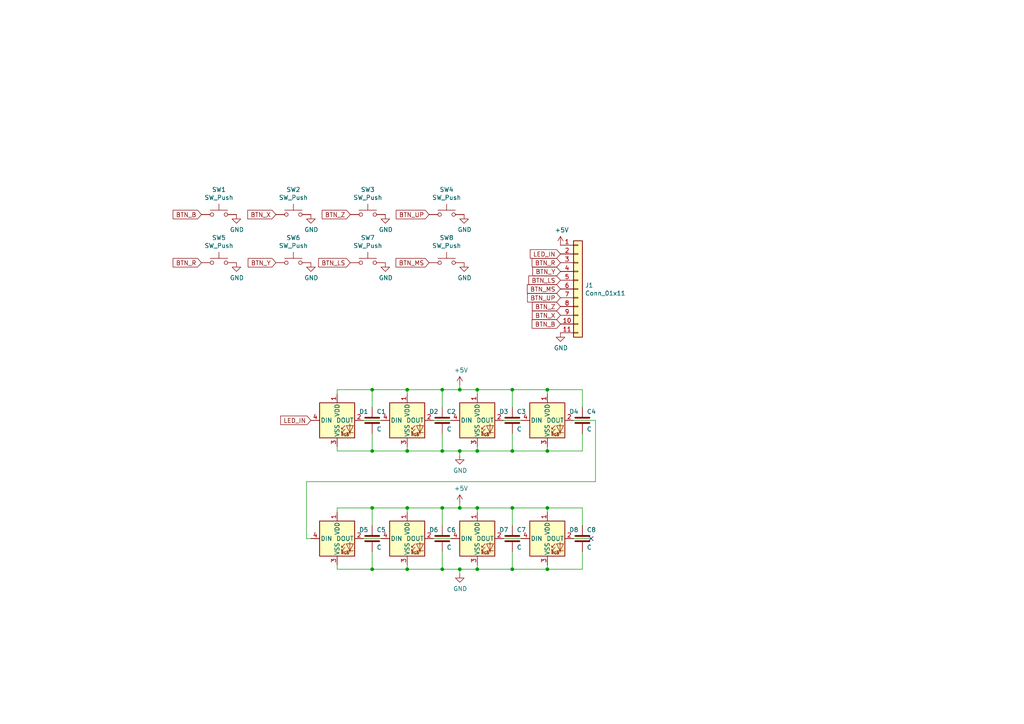
<source format=kicad_sch>
(kicad_sch (version 20230121) (generator eeschema)
  (paper "A4")
  (lib_symbols
    (symbol "Connector_Generic:Conn_01x11" (pin_names (offset 1.016) hide)
      (property "Reference" "J" (at 0 15.24 0))
      (property "Value" "Conn_01x11" (at 0 -15.24 0))
      (symbol "Conn_01x11_1_1"
        (rectangle (start -1.27 -12.573) (end 0 -12.827) (stroke (width 0.1524)))
        (rectangle (start -1.27 -10.033) (end 0 -10.287) (stroke (width 0.1524)))
        (rectangle (start -1.27 -7.493) (end 0 -7.747) (stroke (width 0.1524)))
        (rectangle (start -1.27 -4.953) (end 0 -5.207) (stroke (width 0.1524)))
        (rectangle (start -1.27 -2.413) (end 0 -2.667) (stroke (width 0.1524)))
        (rectangle (start -1.27 0.127) (end 0 -0.127) (stroke (width 0.1524)))
        (rectangle (start -1.27 2.667) (end 0 2.413) (stroke (width 0.1524)))
        (rectangle (start -1.27 5.207) (end 0 4.953) (stroke (width 0.1524)))
        (rectangle (start -1.27 7.747) (end 0 7.493) (stroke (width 0.1524)))
        (rectangle (start -1.27 10.287) (end 0 10.033) (stroke (width 0.1524)))
        (rectangle (start -1.27 12.827) (end 0 12.573) (stroke (width 0.1524)))
        (rectangle (start -1.27 13.97) (end 1.27 -13.97) (stroke (width 0.254)) (fill (type background)))
        (pin passive line (at -5.08 12.7 0) (length 3.81) (name "Pin_1") (number "1"))
        (pin passive line (at -5.08 -10.16 0) (length 3.81) (name "Pin_10") (number "10"))
        (pin passive line (at -5.08 -12.7 0) (length 3.81) (name "Pin_11") (number "11"))
        (pin passive line (at -5.08 10.16 0) (length 3.81) (name "Pin_2") (number "2"))
        (pin passive line (at -5.08 7.62 0) (length 3.81) (name "Pin_3") (number "3"))
        (pin passive line (at -5.08 5.08 0) (length 3.81) (name "Pin_4") (number "4"))
        (pin passive line (at -5.08 2.54 0) (length 3.81) (name "Pin_5") (number "5"))
        (pin passive line (at -5.08 0 0) (length 3.81) (name "Pin_6") (number "6"))
        (pin passive line (at -5.08 -2.54 0) (length 3.81) (name "Pin_7") (number "7"))
        (pin passive line (at -5.08 -5.08 0) (length 3.81) (name "Pin_8") (number "8"))
        (pin passive line (at -5.08 -7.62 0) (length 3.81) (name "Pin_9") (number "9"))
      )
    )
    (symbol "Device:C" (pin_numbers hide) (pin_names (offset 0.254))
      (property "Reference" "C" (at 0.635 2.54 0))
      (property "Value" "C" (at 0.635 -2.54 0))
      (symbol "C_0_1"
        (polyline (pts (xy -2.032 -0.762) (xy 2.032 -0.762)) (stroke (width 0.508)))
        (polyline (pts (xy -2.032 0.762) (xy 2.032 0.762)) (stroke (width 0.508)))
      )
      (symbol "C_1_1"
        (pin passive line (at 0 3.81 270) (length 2.794) (name "~") (number "1"))
        (pin passive line (at 0 -3.81 90) (length 2.794) (name "~") (number "2"))
      )
    )
    (symbol "LED:WS2812B" (pin_names (offset 0.254))
      (property "Reference" "D" (at 5.08 5.715 0))
      (property "Value" "WS2812B" (at 1.27 -5.715 0))
      (symbol "WS2812B_0_0"
        (text "RGB" (at 2.286 -4.191 0) (effects (font (size 0.762 0.762))))
      )
      (symbol "WS2812B_0_1"
        (polyline (pts (xy 1.27 -3.556) (xy 1.778 -3.556)))
        (polyline (pts (xy 1.27 -2.54) (xy 1.778 -2.54)))
        (polyline (pts (xy 4.699 -3.556) (xy 2.667 -3.556)))
        (polyline (pts (xy 2.286 -2.54) (xy 1.27 -3.556) (xy 1.27 -3.048)))
        (polyline (pts (xy 2.286 -1.524) (xy 1.27 -2.54) (xy 1.27 -2.032)))
        (polyline (pts (xy 3.683 -1.016) (xy 3.683 -3.556) (xy 3.683 -4.064)))
        (polyline (pts (xy 4.699 -1.524) (xy 2.667 -1.524) (xy 3.683 -3.556) (xy 4.699 -1.524)))
        (rectangle (start 5.08 5.08) (end -5.08 -5.08) (stroke (width 0.254)) (fill (type background)))
      )
      (symbol "WS2812B_1_1"
        (pin power_in line (at 0 7.62 270) (length 2.54) (name "VDD") (number "1"))
        (pin output line (at 7.62 0 180) (length 2.54) (name "DOUT") (number "2"))
        (pin power_in line (at 0 -7.62 90) (length 2.54) (name "VSS") (number "3"))
        (pin input line (at -7.62 0 0) (length 2.54) (name "DIN") (number "4"))
      )
    )
    (symbol "Switch:SW_Push" (pin_numbers hide) (pin_names (offset 1.016) hide)
      (property "Reference" "SW" (at 1.27 2.54 0))
      (property "Value" "SW_Push" (at 0 -1.524 0))
      (symbol "SW_Push_0_1"
        (circle (center -2.032 0) (radius 0.508))
        (polyline (pts (xy 0 1.27) (xy 0 3.048)))
        (polyline (pts (xy 2.54 1.27) (xy -2.54 1.27)))
        (circle (center 2.032 0) (radius 0.508))
        (pin passive line (at -5.08 0 0) (length 2.54) (name "1") (number "1"))
        (pin passive line (at 5.08 0 180) (length 2.54) (name "2") (number "2"))
      )
    )
    (symbol "power:+5V" (power) (pin_names (offset 0))
      (property "Value" "+5V" (at 0 3.556 0))
      (symbol "+5V_0_1"
        (polyline (pts (xy -0.762 1.27) (xy 0 2.54)))
        (polyline (pts (xy 0 0) (xy 0 2.54)))
        (polyline (pts (xy 0 2.54) (xy 0.762 1.27)))
      )
      (symbol "+5V_1_1"
        (pin power_in line (at 0 0 90) (length 0) hide (name "+5V") (number "1"))
      )
    )
    (symbol "power:GND" (power) (pin_names (offset 0))
      (property "Value" "GND" (at 0 -3.81 0))
      (symbol "GND_0_1"
        (polyline (pts (xy 0 0) (xy 0 -1.27) (xy 1.27 -1.27) (xy 0 -2.54) (xy -1.27 -1.27) (xy 0 -1.27)))
      )
      (symbol "GND_1_1"
        (pin power_in line (at 0 0 270) (length 0) hide (name "GND") (number "1"))
      )
    )
  )
  (junction (at 107.95 130.81))
  (junction (at 138.43 165.1))
  (junction (at 138.43 130.81))
  (junction (at 158.75 113.03))
  (junction (at 128.27 130.81))
  (junction (at 148.59 113.03))
  (junction (at 118.11 113.03))
  (junction (at 133.35 130.81))
  (junction (at 107.95 147.32))
  (junction (at 138.43 113.03))
  (junction (at 158.75 165.1))
  (junction (at 118.11 130.81))
  (junction (at 133.35 147.32))
  (junction (at 148.59 130.81))
  (junction (at 133.35 113.03))
  (junction (at 128.27 165.1))
  (junction (at 148.59 147.32))
  (junction (at 107.95 113.03))
  (junction (at 133.35 165.1))
  (junction (at 128.27 147.32))
  (junction (at 107.95 165.1))
  (junction (at 158.75 130.81))
  (junction (at 158.75 147.32))
  (junction (at 138.43 147.32))
  (junction (at 128.27 113.03))
  (junction (at 118.11 147.32))
  (junction (at 148.59 165.1))
  (junction (at 118.11 165.1))
  (no_connect (at 171.45 156.21))
  (wire (pts (xy 138.43 130.81) (xy 133.35 130.81)))
  (wire (pts (xy 133.35 147.32) (xy 138.43 147.32)))
  (wire (pts (xy 148.59 147.32) (xy 158.75 147.32)))
  (wire (pts (xy 168.91 165.1) (xy 168.91 160.02)))
  (wire (pts (xy 118.11 129.54) (xy 118.11 130.81)))
  (wire (pts (xy 133.35 166.37) (xy 133.35 165.1)))
  (wire (pts (xy 107.95 113.03) (xy 118.11 113.03)))
  (wire (pts (xy 97.79 165.1) (xy 107.95 165.1)))
  (wire (pts (xy 166.37 121.92) (xy 172.72 121.92)))
  (wire (pts (xy 138.43 114.3) (xy 138.43 113.03)))
  (wire (pts (xy 118.11 114.3) (xy 118.11 113.03)))
  (wire (pts (xy 158.75 147.32) (xy 168.91 147.32)))
  (wire (pts (xy 97.79 163.83) (xy 97.79 165.1)))
  (wire (pts (xy 105.41 121.92) (xy 110.49 121.92)))
  (wire (pts (xy 138.43 147.32) (xy 148.59 147.32)))
  (wire (pts (xy 158.75 165.1) (xy 158.75 163.83)))
  (wire (pts (xy 146.05 156.21) (xy 151.13 156.21)))
  (wire (pts (xy 97.79 148.59) (xy 97.79 147.32)))
  (wire (pts (xy 146.05 121.92) (xy 151.13 121.92)))
  (wire (pts (xy 158.75 165.1) (xy 168.91 165.1)))
  (wire (pts (xy 158.75 130.81) (xy 148.59 130.81)))
  (wire (pts (xy 128.27 125.73) (xy 128.27 130.81)))
  (wire (pts (xy 148.59 152.4) (xy 148.59 147.32)))
  (wire (pts (xy 148.59 118.11) (xy 148.59 113.03)))
  (wire (pts (xy 172.72 139.7) (xy 88.9 139.7)))
  (wire (pts (xy 168.91 113.03) (xy 168.91 118.11)))
  (wire (pts (xy 107.95 160.02) (xy 107.95 165.1)))
  (wire (pts (xy 166.37 156.21) (xy 171.45 156.21)))
  (wire (pts (xy 148.59 160.02) (xy 148.59 165.1)))
  (wire (pts (xy 148.59 165.1) (xy 158.75 165.1)))
  (wire (pts (xy 133.35 111.76) (xy 133.35 113.03)))
  (wire (pts (xy 88.9 156.21) (xy 90.17 156.21)))
  (wire (pts (xy 158.75 113.03) (xy 158.75 114.3)))
  (wire (pts (xy 158.75 129.54) (xy 158.75 130.81)))
  (wire (pts (xy 97.79 114.3) (xy 97.79 113.03)))
  (wire (pts (xy 133.35 130.81) (xy 128.27 130.81)))
  (wire (pts (xy 97.79 130.81) (xy 97.79 129.54)))
  (wire (pts (xy 128.27 118.11) (xy 128.27 113.03)))
  (wire (pts (xy 125.73 156.21) (xy 130.81 156.21)))
  (wire (pts (xy 118.11 163.83) (xy 118.11 165.1)))
  (wire (pts (xy 158.75 113.03) (xy 168.91 113.03)))
  (wire (pts (xy 107.95 152.4) (xy 107.95 147.32)))
  (wire (pts (xy 133.35 113.03) (xy 138.43 113.03)))
  (wire (pts (xy 128.27 130.81) (xy 118.11 130.81)))
  (wire (pts (xy 133.35 132.08) (xy 133.35 130.81)))
  (wire (pts (xy 128.27 160.02) (xy 128.27 165.1)))
  (wire (pts (xy 97.79 113.03) (xy 107.95 113.03)))
  (wire (pts (xy 107.95 118.11) (xy 107.95 113.03)))
  (wire (pts (xy 168.91 130.81) (xy 168.91 125.73)))
  (wire (pts (xy 148.59 125.73) (xy 148.59 130.81)))
  (wire (pts (xy 107.95 165.1) (xy 118.11 165.1)))
  (wire (pts (xy 138.43 163.83) (xy 138.43 165.1)))
  (wire (pts (xy 133.35 146.05) (xy 133.35 147.32)))
  (wire (pts (xy 118.11 147.32) (xy 128.27 147.32)))
  (wire (pts (xy 133.35 165.1) (xy 138.43 165.1)))
  (wire (pts (xy 148.59 113.03) (xy 158.75 113.03)))
  (wire (pts (xy 88.9 139.7) (xy 88.9 156.21)))
  (wire (pts (xy 148.59 130.81) (xy 138.43 130.81)))
  (wire (pts (xy 158.75 147.32) (xy 158.75 148.59)))
  (wire (pts (xy 125.73 121.92) (xy 130.81 121.92)))
  (wire (pts (xy 107.95 125.73) (xy 107.95 130.81)))
  (wire (pts (xy 118.11 113.03) (xy 128.27 113.03)))
  (wire (pts (xy 128.27 113.03) (xy 133.35 113.03)))
  (wire (pts (xy 138.43 113.03) (xy 148.59 113.03)))
  (wire (pts (xy 107.95 130.81) (xy 97.79 130.81)))
  (wire (pts (xy 105.41 156.21) (xy 110.49 156.21)))
  (wire (pts (xy 118.11 165.1) (xy 128.27 165.1)))
  (wire (pts (xy 138.43 148.59) (xy 138.43 147.32)))
  (wire (pts (xy 128.27 152.4) (xy 128.27 147.32)))
  (wire (pts (xy 118.11 130.81) (xy 107.95 130.81)))
  (wire (pts (xy 128.27 147.32) (xy 133.35 147.32)))
  (wire (pts (xy 128.27 165.1) (xy 133.35 165.1)))
  (wire (pts (xy 168.91 147.32) (xy 168.91 152.4)))
  (wire (pts (xy 97.79 147.32) (xy 107.95 147.32)))
  (wire (pts (xy 107.95 147.32) (xy 118.11 147.32)))
  (wire (pts (xy 118.11 148.59) (xy 118.11 147.32)))
  (wire (pts (xy 158.75 130.81) (xy 168.91 130.81)))
  (wire (pts (xy 138.43 129.54) (xy 138.43 130.81)))
  (wire (pts (xy 172.72 121.92) (xy 172.72 139.7)))
  (wire (pts (xy 138.43 165.1) (xy 148.59 165.1)))
  (global_label "BTN_Z" (shape input) (at 162.56 88.9 180) (property "Intersheetrefs" "${INTERSHEET_REFS}" (effects hide)))
  (global_label "BTN_R" (shape input) (at 58.42 76.2 180) (property "Intersheetrefs" "${INTERSHEET_REFS}" (effects hide)))
  (global_label "BTN_R" (shape input) (at 162.56 76.2 180) (property "Intersheetrefs" "${INTERSHEET_REFS}" (effects hide)))
  (global_label "LED_IN" (shape input) (at 162.56 73.66 180) (property "Intersheetrefs" "${INTERSHEET_REFS}" (effects hide)))
  (global_label "BTN_Y" (shape input) (at 162.56 78.74 180) (property "Intersheetrefs" "${INTERSHEET_REFS}" (effects hide)))
  (global_label "BTN_Y" (shape input) (at 80.01 76.2 180) (property "Intersheetrefs" "${INTERSHEET_REFS}" (effects hide)))
  (global_label "BTN_LS" (shape input) (at 101.6 76.2 180) (property "Intersheetrefs" "${INTERSHEET_REFS}" (effects hide)))
  (global_label "BTN_Z" (shape input) (at 101.6 62.23 180) (property "Intersheetrefs" "${INTERSHEET_REFS}" (effects hide)))
  (global_label "BTN_LS" (shape input) (at 162.56 81.28 180) (property "Intersheetrefs" "${INTERSHEET_REFS}" (effects hide)))
  (global_label "BTN_B" (shape input) (at 162.56 93.98 180) (property "Intersheetrefs" "${INTERSHEET_REFS}" (effects hide)))
  (global_label "BTN_B" (shape input) (at 58.42 62.23 180) (property "Intersheetrefs" "${INTERSHEET_REFS}" (effects hide)))
  (global_label "BTN_X" (shape input) (at 80.01 62.23 180) (property "Intersheetrefs" "${INTERSHEET_REFS}" (effects hide)))
  (global_label "LED_IN" (shape input) (at 90.17 121.92 180) (property "Intersheetrefs" "${INTERSHEET_REFS}" (effects hide)))
  (global_label "BTN_UP" (shape input) (at 162.56 86.36 180) (property "Intersheetrefs" "${INTERSHEET_REFS}" (effects hide)))
  (global_label "BTN_MS" (shape input) (at 162.56 83.82 180) (property "Intersheetrefs" "${INTERSHEET_REFS}" (effects hide)))
  (global_label "BTN_UP" (shape input) (at 124.46 62.23 180) (property "Intersheetrefs" "${INTERSHEET_REFS}" (effects hide)))
  (global_label "BTN_MS" (shape input) (at 124.46 76.2 180) (property "Intersheetrefs" "${INTERSHEET_REFS}" (effects hide)))
  (global_label "BTN_X" (shape input) (at 162.56 91.44 180) (property "Intersheetrefs" "${INTERSHEET_REFS}" (effects hide)))
  (symbol (lib_id "Connector_Generic:Conn_01x11") (at 167.64 83.82 0) (unit 1)
    (property "Reference" "J1" (at 169.672 82.7532 0) (effects (justify left)))
    (property "Value" "Conn_01x11" (at 169.672 85.0646 0) (effects (justify left)))
    (property "Footprint" "Connector_PinHeader_2.54mm:PinHeader_1x11_P2.54mm_Vertical" (effects hide))
  )
  (symbol (lib_id "power:+5V") (at 162.56 71.12 0) (unit 1)
    (property "Reference" "#PWR0101" (effects hide))
    (property "Value" "+5V" (at 162.941 66.7258 0))
  )
  (symbol (lib_id "power:GND") (at 162.56 96.52 0) (unit 1)
    (property "Reference" "#PWR0102" (effects hide))
    (property "Value" "GND" (at 162.687 100.9142 0))
  )
  (symbol (lib_id "Switch:SW_Push") (at 106.68 62.23 0) (unit 1)
    (property "Reference" "SW3" (at 106.68 54.991 0))
    (property "Value" "SW_Push" (at 106.68 57.3024 0))
    (property "Footprint" "mx+choc_socket:MX+Choc_socket" (effects hide))
  )
  (symbol (lib_id "power:GND") (at 111.76 62.23 0) (unit 1)
    (property "Reference" "#PWR0103" (effects hide))
    (property "Value" "GND" (at 111.887 66.6242 0))
  )
  (symbol (lib_id "Switch:SW_Push") (at 129.54 62.23 0) (unit 1)
    (property "Reference" "SW4" (at 129.54 54.991 0))
    (property "Value" "SW_Push" (at 129.54 57.3024 0))
    (property "Footprint" "mx+choc_socket:MX+Choc_socket" (effects hide))
  )
  (symbol (lib_id "power:GND") (at 134.62 62.23 0) (unit 1)
    (property "Reference" "#PWR0104" (effects hide))
    (property "Value" "GND" (at 134.747 66.6242 0))
  )
  (symbol (lib_id "Switch:SW_Push") (at 85.09 62.23 0) (unit 1)
    (property "Reference" "SW2" (at 85.09 54.991 0))
    (property "Value" "SW_Push" (at 85.09 57.3024 0))
    (property "Footprint" "mx+choc_socket:MX+Choc_socket" (effects hide))
  )
  (symbol (lib_id "power:GND") (at 90.17 62.23 0) (unit 1)
    (property "Reference" "#PWR0105" (effects hide))
    (property "Value" "GND" (at 90.297 66.6242 0))
  )
  (symbol (lib_id "Switch:SW_Push") (at 63.5 62.23 0) (unit 1)
    (property "Reference" "SW1" (at 63.5 54.991 0))
    (property "Value" "SW_Push" (at 63.5 57.3024 0))
    (property "Footprint" "mx+choc_socket:MX+Choc_socket" (effects hide))
  )
  (symbol (lib_id "power:GND") (at 68.58 62.23 0) (unit 1)
    (property "Reference" "#PWR0106" (effects hide))
    (property "Value" "GND" (at 68.707 66.6242 0))
  )
  (symbol (lib_id "Switch:SW_Push") (at 106.68 76.2 0) (unit 1)
    (property "Reference" "SW7" (at 106.68 68.961 0))
    (property "Value" "SW_Push" (at 106.68 71.2724 0))
    (property "Footprint" "mx+choc_socket:MX+Choc_socket" (effects hide))
  )
  (symbol (lib_id "power:GND") (at 111.76 76.2 0) (unit 1)
    (property "Reference" "#PWR0107" (effects hide))
    (property "Value" "GND" (at 111.887 80.5942 0))
  )
  (symbol (lib_id "Switch:SW_Push") (at 129.54 76.2 0) (unit 1)
    (property "Reference" "SW8" (at 129.54 68.961 0))
    (property "Value" "SW_Push" (at 129.54 71.2724 0))
    (property "Footprint" "mx+choc_socket:MX+Choc_socket" (effects hide))
  )
  (symbol (lib_id "power:GND") (at 134.62 76.2 0) (unit 1)
    (property "Reference" "#PWR0108" (effects hide))
    (property "Value" "GND" (at 134.747 80.5942 0))
  )
  (symbol (lib_id "Switch:SW_Push") (at 85.09 76.2 0) (unit 1)
    (property "Reference" "SW6" (at 85.09 68.961 0))
    (property "Value" "SW_Push" (at 85.09 71.2724 0))
    (property "Footprint" "mx+choc_socket:MX+Choc_socket" (effects hide))
  )
  (symbol (lib_id "power:GND") (at 90.17 76.2 0) (unit 1)
    (property "Reference" "#PWR0109" (effects hide))
    (property "Value" "GND" (at 90.297 80.5942 0))
  )
  (symbol (lib_id "Switch:SW_Push") (at 63.5 76.2 0) (unit 1)
    (property "Reference" "SW5" (at 63.5 68.961 0))
    (property "Value" "SW_Push" (at 63.5 71.2724 0))
    (property "Footprint" "mx+choc_socket:MX+Choc_socket" (effects hide))
  )
  (symbol (lib_id "power:GND") (at 68.58 76.2 0) (unit 1)
    (property "Reference" "#PWR0110" (effects hide))
    (property "Value" "GND" (at 68.707 80.5942 0))
  )
  (symbol (lib_id "LED:WS2812B") (at 97.79 121.92 0) (unit 1)
    (property "Reference" "D1" (at 104.14 119.38 0) (effects (justify left)))
    (property "Value" "WS2812B" (effects hide))
    (property "Footprint" "LED_SMD:LED_WS2812B_PLCC4_5.0x5.0mm_P3.2mm" (effects hide))
    (property "Datasheet" "https://cdn-shop.adafruit.com/datasheets/WS2812B.pdf" (effects hide))
  )
  (symbol (lib_id "Device:C") (at 107.95 121.92 0) (unit 1)
    (property "Reference" "C1" (at 109.22 119.38 0) (effects (justify left)))
    (property "Value" "C" (at 109.22 124.46 0) (effects (justify left)))
    (property "Footprint" "Capacitor_SMD:C_0805_2012Metric" (effects hide))
  )
  (symbol (lib_id "LED:WS2812B") (at 118.11 121.92 0) (unit 1)
    (property "Reference" "D2" (at 124.46 119.38 0) (effects (justify left)))
    (property "Value" "WS2812B" (effects hide))
    (property "Footprint" "LED_SMD:LED_WS2812B_PLCC4_5.0x5.0mm_P3.2mm" (effects hide))
    (property "Datasheet" "https://cdn-shop.adafruit.com/datasheets/WS2812B.pdf" (effects hide))
  )
  (symbol (lib_id "Device:C") (at 128.27 121.92 0) (unit 1)
    (property "Reference" "C2" (at 129.54 119.38 0) (effects (justify left)))
    (property "Value" "C" (at 129.54 124.46 0) (effects (justify left)))
    (property "Footprint" "Capacitor_SMD:C_0805_2012Metric" (effects hide))
  )
  (symbol (lib_id "LED:WS2812B") (at 138.43 121.92 0) (unit 1)
    (property "Reference" "D3" (at 144.78 119.38 0) (effects (justify left)))
    (property "Value" "WS2812B" (effects hide))
    (property "Footprint" "LED_SMD:LED_WS2812B_PLCC4_5.0x5.0mm_P3.2mm" (effects hide))
    (property "Datasheet" "https://cdn-shop.adafruit.com/datasheets/WS2812B.pdf" (effects hide))
  )
  (symbol (lib_id "Device:C") (at 148.59 121.92 0) (unit 1)
    (property "Reference" "C3" (at 149.86 119.38 0) (effects (justify left)))
    (property "Value" "C" (at 149.86 124.46 0) (effects (justify left)))
    (property "Footprint" "Capacitor_SMD:C_0805_2012Metric" (effects hide))
  )
  (symbol (lib_id "LED:WS2812B") (at 158.75 121.92 0) (unit 1)
    (property "Reference" "D4" (at 165.1 119.38 0) (effects (justify left)))
    (property "Value" "WS2812B" (effects hide))
    (property "Footprint" "LED_SMD:LED_WS2812B_PLCC4_5.0x5.0mm_P3.2mm" (effects hide))
    (property "Datasheet" "https://cdn-shop.adafruit.com/datasheets/WS2812B.pdf" (effects hide))
  )
  (symbol (lib_id "Device:C") (at 168.91 121.92 0) (unit 1)
    (property "Reference" "C4" (at 170.18 119.38 0) (effects (justify left)))
    (property "Value" "C" (at 170.18 124.46 0) (effects (justify left)))
    (property "Footprint" "Capacitor_SMD:C_0805_2012Metric" (effects hide))
  )
  (symbol (lib_id "LED:WS2812B") (at 97.79 156.21 0) (unit 1)
    (property "Reference" "D5" (at 104.14 153.67 0) (effects (justify left)))
    (property "Value" "WS2812B" (effects hide))
    (property "Footprint" "LED_SMD:LED_WS2812B_PLCC4_5.0x5.0mm_P3.2mm" (effects hide))
    (property "Datasheet" "https://cdn-shop.adafruit.com/datasheets/WS2812B.pdf" (effects hide))
  )
  (symbol (lib_id "Device:C") (at 107.95 156.21 0) (unit 1)
    (property "Reference" "C5" (at 109.22 153.67 0) (effects (justify left)))
    (property "Value" "C" (at 109.22 158.75 0) (effects (justify left)))
    (property "Footprint" "Capacitor_SMD:C_0805_2012Metric" (effects hide))
  )
  (symbol (lib_id "LED:WS2812B") (at 118.11 156.21 0) (unit 1)
    (property "Reference" "D6" (at 124.46 153.67 0) (effects (justify left)))
    (property "Value" "WS2812B" (effects hide))
    (property "Footprint" "LED_SMD:LED_WS2812B_PLCC4_5.0x5.0mm_P3.2mm" (effects hide))
    (property "Datasheet" "https://cdn-shop.adafruit.com/datasheets/WS2812B.pdf" (effects hide))
  )
  (symbol (lib_id "Device:C") (at 128.27 156.21 0) (unit 1)
    (property "Reference" "C6" (at 129.54 153.67 0) (effects (justify left)))
    (property "Value" "C" (at 129.54 158.75 0) (effects (justify left)))
    (property "Footprint" "Capacitor_SMD:C_0805_2012Metric" (effects hide))
  )
  (symbol (lib_id "LED:WS2812B") (at 138.43 156.21 0) (unit 1)
    (property "Reference" "D7" (at 144.78 153.67 0) (effects (justify left)))
    (property "Value" "WS2812B" (effects hide))
    (property "Footprint" "LED_SMD:LED_WS2812B_PLCC4_5.0x5.0mm_P3.2mm" (effects hide))
    (property "Datasheet" "https://cdn-shop.adafruit.com/datasheets/WS2812B.pdf" (effects hide))
  )
  (symbol (lib_id "Device:C") (at 148.59 156.21 0) (unit 1)
    (property "Reference" "C7" (at 149.86 153.67 0) (effects (justify left)))
    (property "Value" "C" (at 149.86 158.75 0) (effects (justify left)))
    (property "Footprint" "Capacitor_SMD:C_0805_2012Metric" (effects hide))
  )
  (symbol (lib_id "LED:WS2812B") (at 158.75 156.21 0) (unit 1)
    (property "Reference" "D8" (at 165.1 153.67 0) (effects (justify left)))
    (property "Value" "WS2812B" (effects hide))
    (property "Footprint" "LED_SMD:LED_WS2812B_PLCC4_5.0x5.0mm_P3.2mm" (effects hide))
    (property "Datasheet" "https://cdn-shop.adafruit.com/datasheets/WS2812B.pdf" (effects hide))
  )
  (symbol (lib_id "Device:C") (at 168.91 156.21 0) (unit 1)
    (property "Reference" "C8" (at 170.18 153.67 0) (effects (justify left)))
    (property "Value" "C" (at 170.18 158.75 0) (effects (justify left)))
    (property "Footprint" "Capacitor_SMD:C_0805_2012Metric" (effects hide))
  )
  (symbol (lib_id "power:+5V") (at 133.35 111.76 0) (unit 1)
    (property "Reference" "#PWR0111" (effects hide))
    (property "Value" "+5V" (at 133.731 107.3658 0))
  )
  (symbol (lib_id "power:GND") (at 133.35 132.08 0) (unit 1)
    (property "Reference" "#PWR0112" (effects hide))
    (property "Value" "GND" (at 133.477 136.4742 0))
  )
  (symbol (lib_id "power:+5V") (at 133.35 146.05 0) (unit 1)
    (property "Reference" "#PWR0113" (effects hide))
    (property "Value" "+5V" (at 133.731 141.6558 0))
  )
  (symbol (lib_id "power:GND") (at 133.35 166.37 0) (unit 1)
    (property "Reference" "#PWR0114" (effects hide))
    (property "Value" "GND" (at 133.477 170.7642 0))
  )
)
</source>
